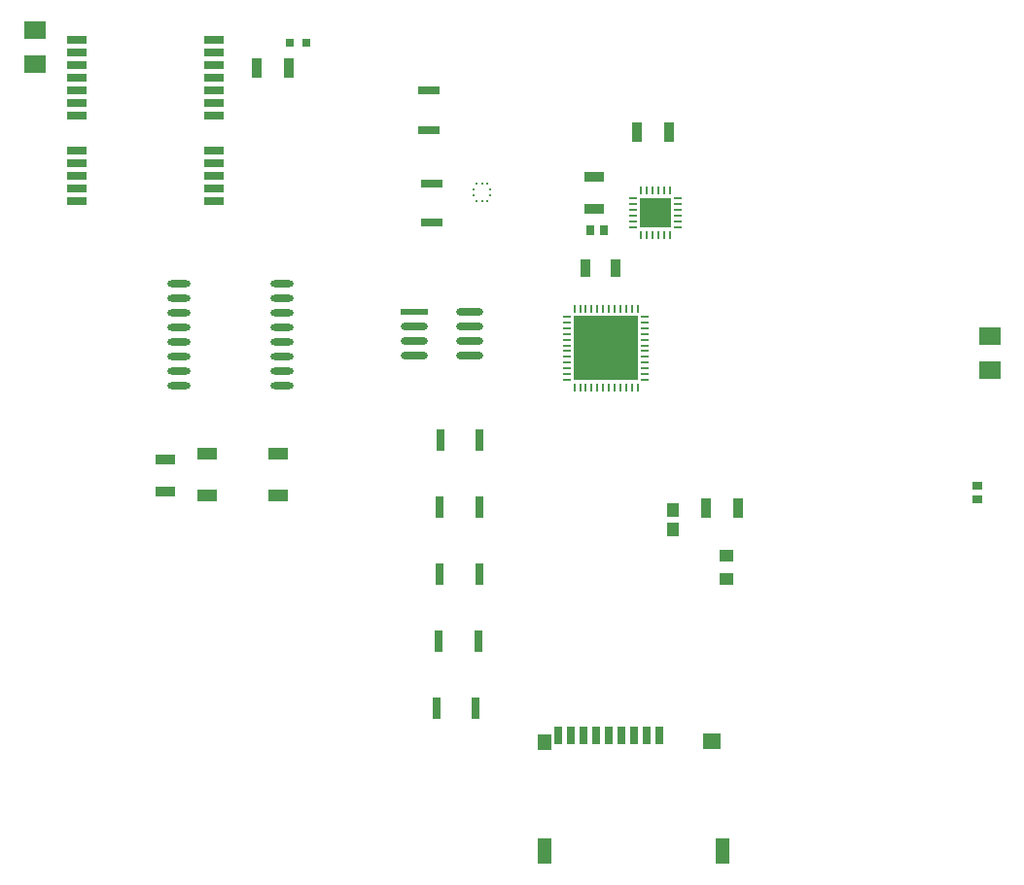
<source format=gbr>
%TF.GenerationSoftware,Altium Limited,Altium Designer,25.8.1 (18)*%
G04 Layer_Color=8421504*
%FSLAX45Y45*%
%MOMM*%
%TF.SameCoordinates,56FEC790-4A4F-4F9A-8951-50DBF4044865*%
%TF.FilePolarity,Positive*%
%TF.FileFunction,Paste,Top*%
%TF.Part,Single*%
G01*
G75*
%TA.AperFunction,SMDPad,CuDef*%
%ADD11O,0.25000X0.80000*%
%ADD12R,0.95606X1.60981*%
%ADD13R,0.27500X0.25000*%
%ADD14R,0.25000X0.27500*%
%ADD15R,0.25000X0.80000*%
%ADD16R,2.70000X2.60000*%
%ADD17R,0.80000X0.25000*%
%ADD18R,5.60000X5.60000*%
%ADD19O,0.80000X0.25000*%
%ADD20R,0.70000X1.60000*%
%ADD21R,1.80000X0.80000*%
%ADD22O,2.00000X0.60000*%
G04:AMPARAMS|DCode=23|XSize=2.37707mm|YSize=0.62213mm|CornerRadius=0.31107mm|HoleSize=0mm|Usage=FLASHONLY|Rotation=0.000|XOffset=0mm|YOffset=0mm|HoleType=Round|Shape=RoundedRectangle|*
%AMROUNDEDRECTD23*
21,1,2.37707,0.00000,0,0,0.0*
21,1,1.75494,0.62213,0,0,0.0*
1,1,0.62213,0.87747,0.00000*
1,1,0.62213,-0.87747,0.00000*
1,1,0.62213,-0.87747,0.00000*
1,1,0.62213,0.87747,0.00000*
%
%ADD23ROUNDEDRECTD23*%
%ADD24R,1.01213X1.15814*%
%ADD25R,0.95000X1.70000*%
%ADD26R,1.85822X1.60376*%
%ADD27R,0.90000X0.75000*%
%ADD28R,1.25000X1.00000*%
%ADD29R,1.90620X0.75620*%
%ADD30R,0.75620X1.90620*%
%ADD31R,1.70000X0.95000*%
%ADD32R,0.75000X0.90000*%
%ADD33R,2.37707X0.62213*%
%ADD34R,0.70000X0.80000*%
%ADD35R,1.80000X1.10000*%
%ADD36R,1.20000X1.40000*%
%ADD37R,1.20000X2.20000*%
%ADD38R,1.60000X1.40000*%
D11*
X9965000Y7965000D02*
D03*
X10115000D02*
D03*
Y7285000D02*
D03*
X10065000D02*
D03*
X10015000D02*
D03*
X9765001D02*
D03*
X9865000D02*
D03*
X9815000Y7965000D02*
D03*
X10265000Y7285000D02*
D03*
X10165000D02*
D03*
X10315000D02*
D03*
X9765001Y7965000D02*
D03*
X9915000Y7285000D02*
D03*
X9815000D02*
D03*
X10165000Y7965000D02*
D03*
X9915000D02*
D03*
X10215000Y7285000D02*
D03*
X10065000Y7965000D02*
D03*
X10015000D02*
D03*
X9865000D02*
D03*
X9965000Y7285000D02*
D03*
X10315000Y7965000D02*
D03*
X10265000D02*
D03*
X10215000D02*
D03*
D12*
X9859892Y8320000D02*
D03*
X10120108D02*
D03*
D13*
X8885000Y9010000D02*
D03*
Y8960000D02*
D03*
X9035000Y9010000D02*
D03*
Y8960000D02*
D03*
D14*
X9010000Y9060000D02*
D03*
Y8910000D02*
D03*
X8910000D02*
D03*
Y9060000D02*
D03*
X8960000D02*
D03*
Y8910000D02*
D03*
D15*
X10445000Y9000000D02*
D03*
X10495000Y8610000D02*
D03*
X10445000D02*
D03*
X10345000D02*
D03*
X10395000Y9000000D02*
D03*
X10595000D02*
D03*
X10395000Y8610000D02*
D03*
X10345000Y9000000D02*
D03*
X10495000D02*
D03*
X10545000D02*
D03*
Y8610000D02*
D03*
X10595000D02*
D03*
D16*
X10470000Y8805000D02*
D03*
D17*
X10275000Y8730000D02*
D03*
Y8780000D02*
D03*
Y8830000D02*
D03*
Y8880000D02*
D03*
X10665000Y8930000D02*
D03*
Y8880000D02*
D03*
Y8830000D02*
D03*
Y8780000D02*
D03*
Y8730000D02*
D03*
X10275000Y8680000D02*
D03*
X10665000D02*
D03*
X10275000Y8930000D02*
D03*
D18*
X10040000Y7625000D02*
D03*
D19*
X10380000Y7450000D02*
D03*
Y7400000D02*
D03*
X9700000D02*
D03*
Y7450000D02*
D03*
Y7600000D02*
D03*
Y7650000D02*
D03*
Y7700000D02*
D03*
Y7750000D02*
D03*
Y7800000D02*
D03*
Y7850000D02*
D03*
X10380000Y7750000D02*
D03*
X9700000Y7550000D02*
D03*
X10380000Y7850000D02*
D03*
Y7800000D02*
D03*
X9700000Y7900000D02*
D03*
Y7500000D02*
D03*
X10380000Y7900000D02*
D03*
X9700000Y7350000D02*
D03*
X10380000Y7600000D02*
D03*
Y7550000D02*
D03*
Y7650000D02*
D03*
Y7500000D02*
D03*
Y7350000D02*
D03*
Y7700000D02*
D03*
D20*
X10064600Y4250825D02*
D03*
X9844600D02*
D03*
X10394600D02*
D03*
X10284600D02*
D03*
X10174600D02*
D03*
X9954600D02*
D03*
X10504600D02*
D03*
X9734600D02*
D03*
X9624600D02*
D03*
D21*
X6630000Y9870001D02*
D03*
Y9980001D02*
D03*
Y10200001D02*
D03*
Y10310001D02*
D03*
Y8910000D02*
D03*
X5430000Y9130001D02*
D03*
Y8910000D02*
D03*
Y10310001D02*
D03*
Y10200001D02*
D03*
Y10090001D02*
D03*
Y9980001D02*
D03*
Y9870001D02*
D03*
Y9760001D02*
D03*
Y9650001D02*
D03*
Y9350001D02*
D03*
Y9240001D02*
D03*
Y9020001D02*
D03*
X6630000Y10090001D02*
D03*
Y9760001D02*
D03*
Y9650001D02*
D03*
Y9350001D02*
D03*
Y9240001D02*
D03*
Y9130001D02*
D03*
Y9020001D02*
D03*
D22*
X7222500Y8192000D02*
D03*
Y8065000D02*
D03*
X6322500D02*
D03*
X7222500Y7811000D02*
D03*
X6322500Y8192000D02*
D03*
Y7938000D02*
D03*
Y7811000D02*
D03*
Y7684000D02*
D03*
Y7557000D02*
D03*
Y7430000D02*
D03*
Y7303000D02*
D03*
X7222500Y7938000D02*
D03*
Y7684000D02*
D03*
Y7557000D02*
D03*
Y7430000D02*
D03*
Y7303000D02*
D03*
D23*
X8851753Y7686500D02*
D03*
Y7559500D02*
D03*
Y7813500D02*
D03*
X8368247D02*
D03*
Y7686500D02*
D03*
Y7559500D02*
D03*
X8851753Y7940500D02*
D03*
D24*
X10622500Y6212699D02*
D03*
Y6047301D02*
D03*
D25*
X10587500Y9510000D02*
D03*
X11190000Y6232500D02*
D03*
X7000000Y10070000D02*
D03*
X10307500Y9510000D02*
D03*
X10910000Y6232500D02*
D03*
X7280000Y10070000D02*
D03*
D26*
X13380000Y7727561D02*
D03*
Y7432439D02*
D03*
X5070000Y10102439D02*
D03*
Y10397561D02*
D03*
D27*
X13270000Y6310000D02*
D03*
Y6430000D02*
D03*
D28*
X11085000Y5615000D02*
D03*
Y5815000D02*
D03*
D29*
X8520000Y8717500D02*
D03*
X8500000Y9872500D02*
D03*
X8520000Y9062500D02*
D03*
X8500000Y9527500D02*
D03*
D30*
X8596064Y6828004D02*
D03*
X8593564Y6238004D02*
D03*
Y5658004D02*
D03*
X8583564Y5068004D02*
D03*
X8563564Y4488004D02*
D03*
X8941064Y6828004D02*
D03*
X8938564Y5658004D02*
D03*
Y6238004D02*
D03*
X8928564Y5068004D02*
D03*
X8908564Y4488004D02*
D03*
D31*
X9940000Y8840000D02*
D03*
X6207500Y6655000D02*
D03*
Y6375000D02*
D03*
X9940000Y9120000D02*
D03*
D32*
X9900000Y8657500D02*
D03*
X10020000D02*
D03*
D33*
X8368247Y7940500D02*
D03*
D34*
X7285000Y10290000D02*
D03*
X7435000D02*
D03*
D35*
X7187500Y6710000D02*
D03*
X6567500D02*
D03*
X7187500Y6340000D02*
D03*
X6567500D02*
D03*
D36*
X9504600Y4190825D02*
D03*
D37*
Y3240825D02*
D03*
X11054600Y3240825D02*
D03*
D38*
X10964600Y4200825D02*
D03*
%TF.MD5,c2bab4a81bbeefa18220d1ab8bd31b52*%
M02*

</source>
